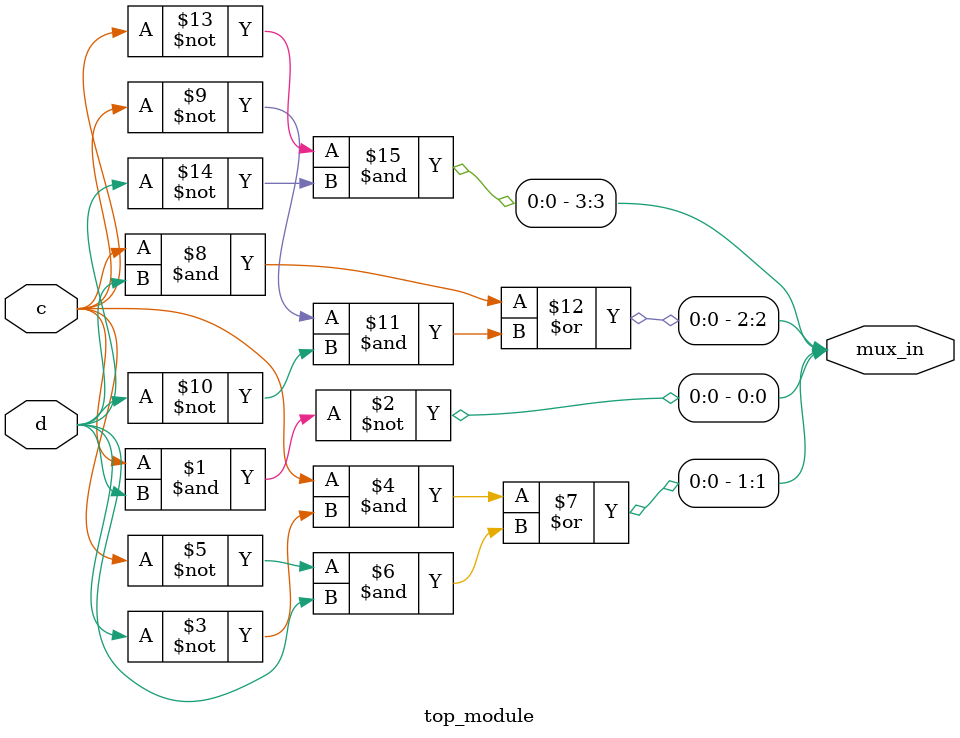
<source format=sv>
module top_module (
	input c,
	input d,
	output [3:0] mux_in
);
	assign mux_in[0] = ~(c & d);
	assign mux_in[1] = (c & ~d) | (~c & d);
	assign mux_in[2] = (c & d) | (~c & ~d);
	assign mux_in[3] = (~c & ~d);
endmodule

</source>
